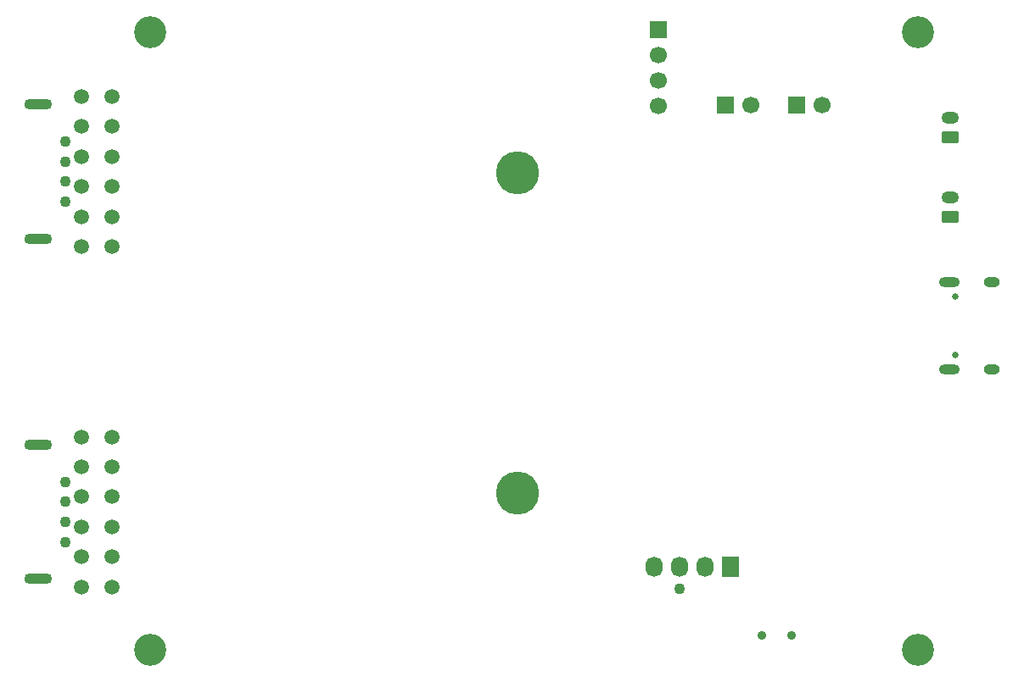
<source format=gbr>
%TF.GenerationSoftware,KiCad,Pcbnew,9.0.3*%
%TF.CreationDate,2025-09-21T09:36:47+10:00*%
%TF.ProjectId,12v-2x6,3132762d-3278-4362-9e6b-696361645f70,1*%
%TF.SameCoordinates,Original*%
%TF.FileFunction,Soldermask,Bot*%
%TF.FilePolarity,Negative*%
%FSLAX46Y46*%
G04 Gerber Fmt 4.6, Leading zero omitted, Abs format (unit mm)*
G04 Created by KiCad (PCBNEW 9.0.3) date 2025-09-21 09:36:47*
%MOMM*%
%LPD*%
G01*
G04 APERTURE LIST*
G04 Aperture macros list*
%AMRoundRect*
0 Rectangle with rounded corners*
0 $1 Rounding radius*
0 $2 $3 $4 $5 $6 $7 $8 $9 X,Y pos of 4 corners*
0 Add a 4 corners polygon primitive as box body*
4,1,4,$2,$3,$4,$5,$6,$7,$8,$9,$2,$3,0*
0 Add four circle primitives for the rounded corners*
1,1,$1+$1,$2,$3*
1,1,$1+$1,$4,$5*
1,1,$1+$1,$6,$7*
1,1,$1+$1,$8,$9*
0 Add four rect primitives between the rounded corners*
20,1,$1+$1,$2,$3,$4,$5,0*
20,1,$1+$1,$4,$5,$6,$7,0*
20,1,$1+$1,$6,$7,$8,$9,0*
20,1,$1+$1,$8,$9,$2,$3,0*%
G04 Aperture macros list end*
%ADD10RoundRect,0.250000X0.625000X-0.350000X0.625000X0.350000X-0.625000X0.350000X-0.625000X-0.350000X0*%
%ADD11O,1.750000X1.200000*%
%ADD12C,3.200000*%
%ADD13C,1.100000*%
%ADD14R,1.730000X2.030000*%
%ADD15O,1.730000X2.030000*%
%ADD16R,1.700000X1.700000*%
%ADD17C,1.700000*%
%ADD18C,1.520000*%
%ADD19RoundRect,0.510000X-0.890000X0.000010X-0.890000X-0.000010X0.890000X-0.000010X0.890000X0.000010X0*%
%ADD20C,4.300000*%
%ADD21C,0.900000*%
%ADD22C,0.650000*%
%ADD23O,2.100000X1.000000*%
%ADD24O,1.600000X1.000000*%
G04 APERTURE END LIST*
D10*
%TO.C,J7*%
X141850000Y-47600000D03*
D11*
X141850000Y-45600000D03*
%TD*%
D12*
%TO.C,H4*%
X138600000Y-98780000D03*
%TD*%
%TO.C,H2*%
X62000000Y-37060000D03*
%TD*%
D13*
%TO.C,M2*%
X114820000Y-92660000D03*
D14*
X119900000Y-90500000D03*
D15*
X117360000Y-90500000D03*
X114820000Y-90500000D03*
X112280000Y-90500000D03*
%TD*%
D16*
%TO.C,J8*%
X112700000Y-36830000D03*
D17*
X112700000Y-39370000D03*
X112700000Y-41910000D03*
X112700000Y-44450000D03*
%TD*%
D10*
%TO.C,J6*%
X141850000Y-55550000D03*
D11*
X141850000Y-53550000D03*
%TD*%
D16*
%TO.C,J4*%
X119385000Y-44385000D03*
D17*
X121925000Y-44385000D03*
%TD*%
D18*
%TO.C,J2*%
X55150000Y-58500000D03*
X55150000Y-55500000D03*
X55150000Y-52500000D03*
X55150000Y-49500000D03*
X55150000Y-46500000D03*
X55150000Y-43500000D03*
X58150000Y-58500000D03*
X58150000Y-55500000D03*
X58150000Y-52500000D03*
X58150000Y-49500000D03*
X58150000Y-46500000D03*
X58150000Y-43500000D03*
D19*
X50830000Y-57700000D03*
X50830000Y-44300000D03*
D13*
X53480000Y-54000000D03*
X53480000Y-52000000D03*
X53480000Y-50000000D03*
X53480000Y-48000000D03*
%TD*%
D20*
%TO.C,H5*%
X98650000Y-83100000D03*
%TD*%
D12*
%TO.C,H3*%
X138600000Y-37060000D03*
%TD*%
D16*
%TO.C,J5*%
X126525000Y-44385000D03*
D17*
X129065000Y-44385000D03*
%TD*%
D12*
%TO.C,H1*%
X62000000Y-98780000D03*
%TD*%
D20*
%TO.C,H6*%
X98650000Y-51100000D03*
%TD*%
D21*
%TO.C,SW2*%
X123000000Y-97330000D03*
X126000000Y-97330000D03*
%TD*%
D18*
%TO.C,J1*%
X55150000Y-92500000D03*
X55150000Y-89500000D03*
X55150000Y-86500000D03*
X55150000Y-83500000D03*
X55150000Y-80500000D03*
X55150000Y-77500000D03*
X58150000Y-92500000D03*
X58150000Y-89500000D03*
X58150000Y-86500000D03*
X58150000Y-83500000D03*
X58150000Y-80500000D03*
X58150000Y-77500000D03*
D19*
X50830000Y-91700000D03*
X50830000Y-78300000D03*
D13*
X53480000Y-88000000D03*
X53480000Y-86000000D03*
X53480000Y-84000000D03*
X53480000Y-82000000D03*
%TD*%
D22*
%TO.C,J3*%
X142300000Y-69290000D03*
X142300000Y-63510000D03*
D23*
X141770000Y-70720000D03*
D24*
X145950000Y-70720000D03*
D23*
X141770000Y-62080000D03*
D24*
X145950000Y-62080000D03*
%TD*%
M02*

</source>
